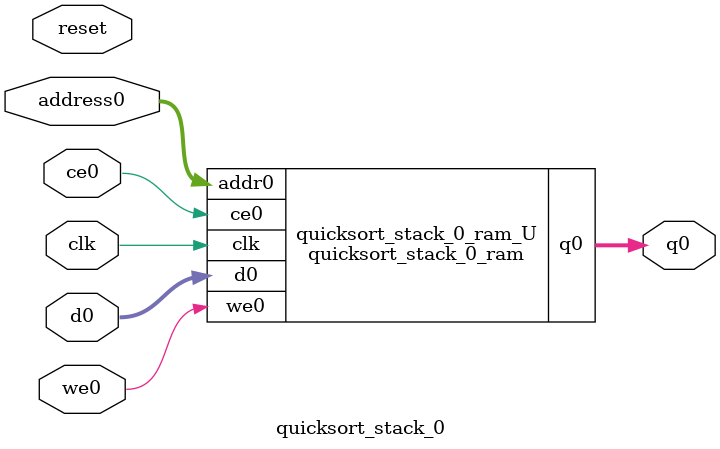
<source format=v>

`timescale 1 ns / 1 ps
module quicksort_stack_0_ram (addr0, ce0, d0, we0, q0,  clk);

parameter DWIDTH = 64;
parameter AWIDTH = 4;
parameter MEM_SIZE = 10;

input[AWIDTH-1:0] addr0;
input ce0;
input[DWIDTH-1:0] d0;
input we0;
output reg[DWIDTH-1:0] q0;
input clk;

(* ram_style = "distributed" *)reg [DWIDTH-1:0] ram[0:MEM_SIZE-1];




always @(posedge clk)  
begin 
    if (ce0) 
    begin
        if (we0) 
        begin 
            ram[addr0] <= d0; 
            q0 <= d0;
        end 
        else 
            q0 <= ram[addr0];
    end
end


endmodule


`timescale 1 ns / 1 ps
module quicksort_stack_0(
    reset,
    clk,
    address0,
    ce0,
    we0,
    d0,
    q0);

parameter DataWidth = 32'd64;
parameter AddressRange = 32'd10;
parameter AddressWidth = 32'd4;
input reset;
input clk;
input[AddressWidth - 1:0] address0;
input ce0;
input we0;
input[DataWidth - 1:0] d0;
output[DataWidth - 1:0] q0;



quicksort_stack_0_ram quicksort_stack_0_ram_U(
    .clk( clk ),
    .addr0( address0 ),
    .ce0( ce0 ),
    .d0( d0 ),
    .we0( we0 ),
    .q0( q0 ));

endmodule


</source>
